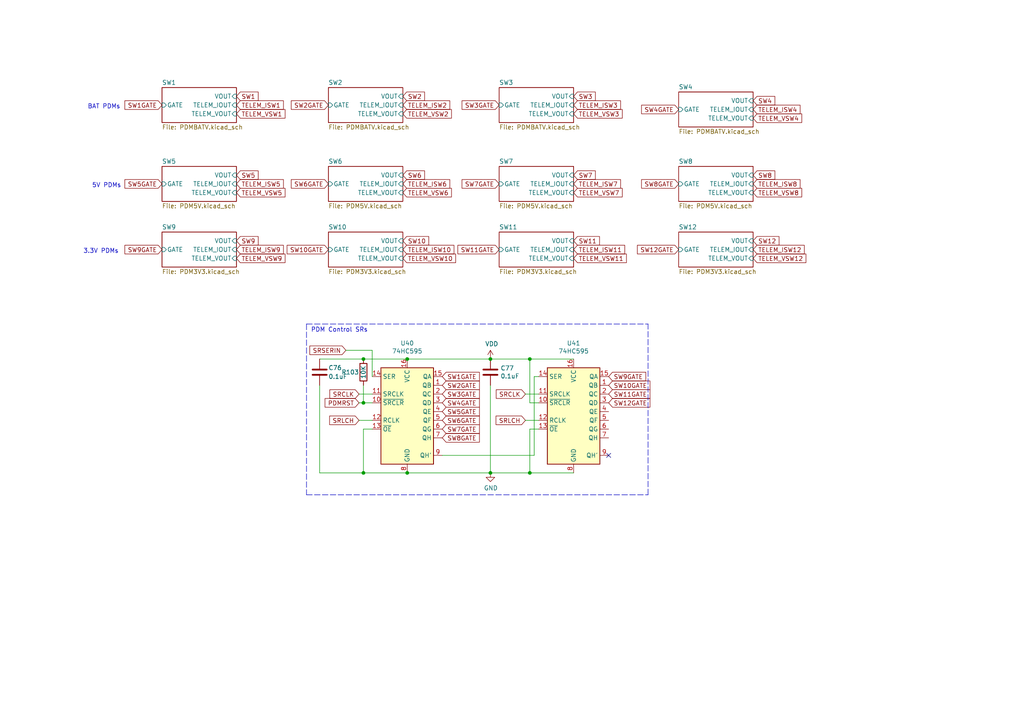
<source format=kicad_sch>
(kicad_sch (version 20211123) (generator eeschema)
  (paper "A4")
  (title_block (title "TJ Custom EPS") (rev "0.1") (company "TJHSST Nanosatellite Club") (comment 1 "Power Distribution Master Sheet") (comment 2 "Provides Master Connections to PDMs") (comment 4 "Engineer: Alan Hsu"))
  (lib_symbols
    (symbol "74xx:74HC595"
      (property "Reference" "U" (at -7.62 13.97 0))
      (property "Value" "74HC595" (at -7.62 -16.51 0))
      (symbol "74HC595_1_0"
        (pin tri_state line (at 10.16 7.62 180) (length 2.54) (name "QB") (number "1"))
        (pin input line (at -10.16 2.54 0) (length 2.54) (name "~{SRCLR}") (number "10"))
        (pin input line (at -10.16 5.08 0) (length 2.54) (name "SRCLK") (number "11"))
        (pin input line (at -10.16 -2.54 0) (length 2.54) (name "RCLK") (number "12"))
        (pin input line (at -10.16 -5.08 0) (length 2.54) (name "~{OE}") (number "13"))
        (pin input line (at -10.16 10.16 0) (length 2.54) (name "SER") (number "14"))
        (pin tri_state line (at 10.16 10.16 180) (length 2.54) (name "QA") (number "15"))
        (pin power_in line (at 0 15.24 270) (length 2.54) (name "VCC") (number "16"))
        (pin tri_state line (at 10.16 5.08 180) (length 2.54) (name "QC") (number "2"))
        (pin tri_state line (at 10.16 2.54 180) (length 2.54) (name "QD") (number "3"))
        (pin tri_state line (at 10.16 0 180) (length 2.54) (name "QE") (number "4"))
        (pin tri_state line (at 10.16 -2.54 180) (length 2.54) (name "QF") (number "5"))
        (pin tri_state line (at 10.16 -5.08 180) (length 2.54) (name "QG") (number "6"))
        (pin tri_state line (at 10.16 -7.62 180) (length 2.54) (name "QH") (number "7"))
        (pin power_in line (at 0 -17.78 90) (length 2.54) (name "GND") (number "8"))
        (pin output line (at 10.16 -12.7 180) (length 2.54) (name "QH'") (number "9"))
      )
      (symbol "74HC595_1_1"
        (rectangle (start -7.62 12.7) (end 7.62 -15.24) (stroke (width 0.254)) (fill (type background)))
      )
    )
    (symbol "Device:C" (pin_numbers hide) (pin_names (offset 0.254))
      (property "Reference" "C" (at 0.635 2.54 0))
      (property "Value" "C" (at 0.635 -2.54 0))
      (symbol "C_0_1"
        (polyline (pts (xy -2.032 -0.762) (xy 2.032 -0.762)) (stroke (width 0.508)))
        (polyline (pts (xy -2.032 0.762) (xy 2.032 0.762)) (stroke (width 0.508)))
      )
      (symbol "C_1_1"
        (pin passive line (at 0 3.81 270) (length 2.794) (name "~") (number "1"))
        (pin passive line (at 0 -3.81 90) (length 2.794) (name "~") (number "2"))
      )
    )
    (symbol "Device:R" (pin_numbers hide) (pin_names (offset 0))
      (property "Reference" "R" (at 2.032 0 90))
      (property "Value" "R" (at 0 0 90))
      (symbol "R_0_1"
        (rectangle (start -1.016 -2.54) (end 1.016 2.54) (stroke (width 0.254)))
      )
      (symbol "R_1_1"
        (pin passive line (at 0 3.81 270) (length 1.27) (name "~") (number "1"))
        (pin passive line (at 0 -3.81 90) (length 1.27) (name "~") (number "2"))
      )
    )
    (symbol "power:GND" (power) (pin_names (offset 0))
      (property "Value" "GND" (at 0 -3.81 0))
      (symbol "GND_0_1"
        (polyline (pts (xy 0 0) (xy 0 -1.27) (xy 1.27 -1.27) (xy 0 -2.54) (xy -1.27 -1.27) (xy 0 -1.27)))
      )
      (symbol "GND_1_1"
        (pin power_in line (at 0 0 270) (length 0) hide (name "GND") (number "1"))
      )
    )
    (symbol "power:VDD" (power) (pin_names (offset 0))
      (property "Value" "VDD" (at 0 3.81 0))
      (symbol "VDD_0_1"
        (polyline (pts (xy -0.762 1.27) (xy 0 2.54)))
        (polyline (pts (xy 0 0) (xy 0 2.54)))
        (polyline (pts (xy 0 2.54) (xy 0.762 1.27)))
      )
      (symbol "VDD_1_1"
        (pin power_in line (at 0 0 90) (length 0) hide (name "VDD") (number "1"))
      )
    )
  )
  (junction (at 105.41 116.84))
  (junction (at 118.11 104.14))
  (junction (at 142.24 104.14))
  (junction (at 105.41 104.14))
  (junction (at 153.67 137.16))
  (junction (at 105.41 137.16))
  (junction (at 153.67 104.14))
  (junction (at 142.24 137.16))
  (junction (at 118.11 137.16))
  (no_connect (at 176.53 132.08))
  (wire (pts (xy 156.21 121.92) (xy 152.4 121.92)))
  (wire (pts (xy 105.41 137.16) (xy 118.11 137.16)))
  (wire (pts (xy 142.24 137.16) (xy 153.67 137.16)))
  (wire (pts (xy 107.95 101.6) (xy 100.33 101.6)))
  (wire (pts (xy 107.95 124.46) (xy 105.41 124.46)))
  (wire (pts (xy 105.41 111.76) (xy 105.41 116.84)))
  (wire (pts (xy 153.67 124.46) (xy 153.67 137.16)))
  (wire (pts (xy 156.21 124.46) (xy 153.67 124.46)))
  (wire (pts (xy 104.14 116.84) (xy 105.41 116.84)))
  (wire (pts (xy 107.95 116.84) (xy 105.41 116.84)))
  (polyline (pts (xy 88.9 93.98) (xy 187.96 93.98)))
  (wire (pts (xy 105.41 104.14) (xy 118.11 104.14)))
  (wire (pts (xy 166.37 104.14) (xy 153.67 104.14)))
  (wire (pts (xy 107.95 121.92) (xy 104.14 121.92)))
  (wire (pts (xy 107.95 109.22) (xy 107.95 101.6)))
  (wire (pts (xy 142.24 111.76) (xy 142.24 137.16)))
  (wire (pts (xy 118.11 137.16) (xy 142.24 137.16)))
  (wire (pts (xy 153.67 116.84) (xy 153.67 104.14)))
  (wire (pts (xy 92.71 111.76) (xy 92.71 137.16)))
  (wire (pts (xy 156.21 116.84) (xy 153.67 116.84)))
  (wire (pts (xy 92.71 137.16) (xy 105.41 137.16)))
  (polyline (pts (xy 88.9 143.51) (xy 187.96 143.51)))
  (wire (pts (xy 105.41 124.46) (xy 105.41 137.16)))
  (polyline (pts (xy 88.9 93.98) (xy 88.9 143.51)))
  (wire (pts (xy 154.94 109.22) (xy 156.21 109.22)))
  (wire (pts (xy 92.71 104.14) (xy 105.41 104.14)))
  (wire (pts (xy 142.24 104.14) (xy 153.67 104.14)))
  (wire (pts (xy 153.67 137.16) (xy 166.37 137.16)))
  (wire (pts (xy 128.27 132.08) (xy 154.94 132.08)))
  (wire (pts (xy 118.11 104.14) (xy 142.24 104.14)))
  (wire (pts (xy 107.95 114.3) (xy 104.14 114.3)))
  (wire (pts (xy 154.94 109.22) (xy 154.94 132.08)))
  (wire (pts (xy 156.21 114.3) (xy 152.4 114.3)))
  (polyline (pts (xy 187.96 143.51) (xy 187.96 93.98)))
  (text "PDM Control SRs" (at 90.17 96.52 0) (effects (font (size 1.27 1.27)) (justify left bottom)))
  (text "BAT PDMs" (at 25.4 31.75 0) (effects (font (size 1.27 1.27)) (justify left bottom)))
  (text "5V PDMs" (at 26.67 54.61 0) (effects (font (size 1.27 1.27)) (justify left bottom)))
  (text "3.3V PDMs" (at 24.13 73.66 0) (effects (font (size 1.27 1.27)) (justify left bottom)))
  (global_label "TELEM_ISW9" (shape input) (at 68.58 72.39 0) (property "Intersheet References" "${INTERSHEET_REFS}" (effects hide)))
  (global_label "SW11GATE" (shape input) (at 144.78 72.39 180) (property "Intersheet References" "${INTERSHEET_REFS}" (effects hide)))
  (global_label "TELEM_VSW6" (shape input) (at 116.84 55.88 0) (property "Intersheet References" "${INTERSHEET_REFS}" (effects hide)))
  (global_label "SW5" (shape input) (at 68.58 50.8 0) (property "Intersheet References" "${INTERSHEET_REFS}" (effects hide)))
  (global_label "SW4GATE" (shape input) (at 128.27 116.84 0) (property "Intersheet References" "${INTERSHEET_REFS}" (effects hide)))
  (global_label "SW10GATE" (shape input) (at 176.53 111.76 0) (property "Intersheet References" "${INTERSHEET_REFS}" (effects hide)))
  (global_label "TELEM_VSW3" (shape input) (at 166.37 33.02 0) (property "Intersheet References" "${INTERSHEET_REFS}" (effects hide)))
  (global_label "SW4GATE" (shape input) (at 196.85 31.75 180) (property "Intersheet References" "${INTERSHEET_REFS}" (effects hide)))
  (global_label "SW7GATE" (shape input) (at 144.78 53.34 180) (property "Intersheet References" "${INTERSHEET_REFS}" (effects hide)))
  (global_label "SW6" (shape input) (at 116.84 50.8 0) (property "Intersheet References" "${INTERSHEET_REFS}" (effects hide)))
  (global_label "SW8" (shape input) (at 218.44 50.8 0) (property "Intersheet References" "${INTERSHEET_REFS}" (effects hide)))
  (global_label "TELEM_VSW7" (shape input) (at 166.37 55.88 0) (property "Intersheet References" "${INTERSHEET_REFS}" (effects hide)))
  (global_label "SW10" (shape input) (at 116.84 69.85 0) (property "Intersheet References" "${INTERSHEET_REFS}" (effects hide)))
  (global_label "SW5GATE" (shape input) (at 128.27 119.38 0) (property "Intersheet References" "${INTERSHEET_REFS}" (effects hide)))
  (global_label "SW3GATE" (shape input) (at 144.78 30.48 180) (property "Intersheet References" "${INTERSHEET_REFS}" (effects hide)))
  (global_label "SW5GATE" (shape input) (at 46.99 53.34 180) (property "Intersheet References" "${INTERSHEET_REFS}" (effects hide)))
  (global_label "SRCLK" (shape input) (at 104.14 114.3 180) (property "Intersheet References" "${INTERSHEET_REFS}" (effects hide)))
  (global_label "SW11" (shape input) (at 166.37 69.85 0) (property "Intersheet References" "${INTERSHEET_REFS}" (effects hide)))
  (global_label "TELEM_VSW12" (shape input) (at 218.44 74.93 0) (property "Intersheet References" "${INTERSHEET_REFS}" (effects hide)))
  (global_label "TELEM_ISW11" (shape input) (at 166.37 72.39 0) (property "Intersheet References" "${INTERSHEET_REFS}" (effects hide)))
  (global_label "SW2" (shape input) (at 116.84 27.94 0) (property "Intersheet References" "${INTERSHEET_REFS}" (effects hide)))
  (global_label "SW3" (shape input) (at 166.37 27.94 0) (property "Intersheet References" "${INTERSHEET_REFS}" (effects hide)))
  (global_label "SW8GATE" (shape input) (at 196.85 53.34 180) (property "Intersheet References" "${INTERSHEET_REFS}" (effects hide)))
  (global_label "SW8GATE" (shape input) (at 128.27 127 0) (property "Intersheet References" "${INTERSHEET_REFS}" (effects hide)))
  (global_label "TELEM_VSW8" (shape input) (at 218.44 55.88 0) (property "Intersheet References" "${INTERSHEET_REFS}" (effects hide)))
  (global_label "TELEM_ISW2" (shape input) (at 116.84 30.48 0) (property "Intersheet References" "${INTERSHEET_REFS}" (effects hide)))
  (global_label "SW12GATE" (shape input) (at 176.53 116.84 0) (property "Intersheet References" "${INTERSHEET_REFS}" (effects hide)))
  (global_label "TELEM_VSW9" (shape input) (at 68.58 74.93 0) (property "Intersheet References" "${INTERSHEET_REFS}" (effects hide)))
  (global_label "SW11GATE" (shape input) (at 176.53 114.3 0) (property "Intersheet References" "${INTERSHEET_REFS}" (effects hide)))
  (global_label "TELEM_ISW3" (shape input) (at 166.37 30.48 0) (property "Intersheet References" "${INTERSHEET_REFS}" (effects hide)))
  (global_label "SRLCH" (shape input) (at 152.4 121.92 180) (property "Intersheet References" "${INTERSHEET_REFS}" (effects hide)))
  (global_label "TELEM_ISW8" (shape input) (at 218.44 53.34 0) (property "Intersheet References" "${INTERSHEET_REFS}" (effects hide)))
  (global_label "TELEM_ISW12" (shape input) (at 218.44 72.39 0) (property "Intersheet References" "${INTERSHEET_REFS}" (effects hide)))
  (global_label "SW12" (shape input) (at 218.44 69.85 0) (property "Intersheet References" "${INTERSHEET_REFS}" (effects hide)))
  (global_label "SW12GATE" (shape input) (at 196.85 72.39 180) (property "Intersheet References" "${INTERSHEET_REFS}" (effects hide)))
  (global_label "SW9GATE" (shape input) (at 46.99 72.39 180) (property "Intersheet References" "${INTERSHEET_REFS}" (effects hide)))
  (global_label "SW6GATE" (shape input) (at 128.27 121.92 0) (property "Intersheet References" "${INTERSHEET_REFS}" (effects hide)))
  (global_label "PDMRST" (shape input) (at 104.14 116.84 180) (property "Intersheet References" "${INTERSHEET_REFS}" (effects hide)))
  (global_label "TELEM_ISW1" (shape input) (at 68.58 30.48 0) (property "Intersheet References" "${INTERSHEET_REFS}" (effects hide)))
  (global_label "SW7" (shape input) (at 166.37 50.8 0) (property "Intersheet References" "${INTERSHEET_REFS}" (effects hide)))
  (global_label "SW4" (shape input) (at 218.44 29.21 0) (property "Intersheet References" "${INTERSHEET_REFS}" (effects hide)))
  (global_label "TELEM_VSW10" (shape input) (at 116.84 74.93 0) (property "Intersheet References" "${INTERSHEET_REFS}" (effects hide)))
  (global_label "SW2GATE" (shape input) (at 95.25 30.48 180) (property "Intersheet References" "${INTERSHEET_REFS}" (effects hide)))
  (global_label "SW9GATE" (shape input) (at 176.53 109.22 0) (property "Intersheet References" "${INTERSHEET_REFS}" (effects hide)))
  (global_label "SW3GATE" (shape input) (at 128.27 114.3 0) (property "Intersheet References" "${INTERSHEET_REFS}" (effects hide)))
  (global_label "TELEM_ISW4" (shape input) (at 218.44 31.75 0) (property "Intersheet References" "${INTERSHEET_REFS}" (effects hide)))
  (global_label "SW9" (shape input) (at 68.58 69.85 0) (property "Intersheet References" "${INTERSHEET_REFS}" (effects hide)))
  (global_label "SW1GATE" (shape input) (at 128.27 109.22 0) (property "Intersheet References" "${INTERSHEET_REFS}" (effects hide)))
  (global_label "TELEM_ISW6" (shape input) (at 116.84 53.34 0) (property "Intersheet References" "${INTERSHEET_REFS}" (effects hide)))
  (global_label "TELEM_VSW11" (shape input) (at 166.37 74.93 0) (property "Intersheet References" "${INTERSHEET_REFS}" (effects hide)))
  (global_label "TELEM_VSW5" (shape input) (at 68.58 55.88 0) (property "Intersheet References" "${INTERSHEET_REFS}" (effects hide)))
  (global_label "SRLCH" (shape input) (at 104.14 121.92 180) (property "Intersheet References" "${INTERSHEET_REFS}" (effects hide)))
  (global_label "SW1" (shape input) (at 68.58 27.94 0) (property "Intersheet References" "${INTERSHEET_REFS}" (effects hide)))
  (global_label "SW10GATE" (shape input) (at 95.25 72.39 180) (property "Intersheet References" "${INTERSHEET_REFS}" (effects hide)))
  (global_label "SW1GATE" (shape input) (at 46.99 30.48 180) (property "Intersheet References" "${INTERSHEET_REFS}" (effects hide)))
  (global_label "TELEM_VSW4" (shape input) (at 218.44 34.29 0) (property "Intersheet References" "${INTERSHEET_REFS}" (effects hide)))
  (global_label "TELEM_ISW5" (shape input) (at 68.58 53.34 0) (property "Intersheet References" "${INTERSHEET_REFS}" (effects hide)))
  (global_label "SRSERIN" (shape input) (at 100.33 101.6 180) (property "Intersheet References" "${INTERSHEET_REFS}" (effects hide)))
  (global_label "SW6GATE" (shape input) (at 95.25 53.34 180) (property "Intersheet References" "${INTERSHEET_REFS}" (effects hide)))
  (global_label "TELEM_VSW2" (shape input) (at 116.84 33.02 0) (property "Intersheet References" "${INTERSHEET_REFS}" (effects hide)))
  (global_label "TELEM_VSW1" (shape input) (at 68.58 33.02 0) (property "Intersheet References" "${INTERSHEET_REFS}" (effects hide)))
  (global_label "TELEM_ISW10" (shape input) (at 116.84 72.39 0) (property "Intersheet References" "${INTERSHEET_REFS}" (effects hide)))
  (global_label "SW7GATE" (shape input) (at 128.27 124.46 0) (property "Intersheet References" "${INTERSHEET_REFS}" (effects hide)))
  (global_label "SRCLK" (shape input) (at 152.4 114.3 180) (property "Intersheet References" "${INTERSHEET_REFS}" (effects hide)))
  (global_label "TELEM_ISW7" (shape input) (at 166.37 53.34 0) (property "Intersheet References" "${INTERSHEET_REFS}" (effects hide)))
  (global_label "SW2GATE" (shape input) (at 128.27 111.76 0) (property "Intersheet References" "${INTERSHEET_REFS}" (effects hide)))
  (symbol (lib_id "power:GND") (at 142.24 137.16 0) (unit 1)
    (property "Reference" "#PWR0113" (effects hide))
    (property "Value" "GND" (at 142.367 141.5542 0))
  )
  (symbol (lib_id "Device:C") (at 142.24 107.95 0) (unit 1)
    (property "Reference" "C77" (at 145.161 106.7816 0) (effects (justify left)))
    (property "Value" "0.1uF" (at 145.161 109.093 0) (effects (justify left)))
    (property "Footprint" "Capacitor_SMD:C_0805_2012Metric" (effects hide))
  )
  (symbol (lib_id "Device:C") (at 92.71 107.95 0) (unit 1)
    (property "Reference" "C76" (at 95.25 106.68 0) (effects (justify left)))
    (property "Value" "0.1uF" (at 95.25 109.22 0) (effects (justify left)))
    (property "Footprint" "Capacitor_SMD:C_0805_2012Metric" (effects hide))
  )
  (symbol (lib_id "Device:R") (at 105.41 107.95 0) (unit 1)
    (property "Reference" "R103" (at 104.14 107.95 0) (effects (justify right)))
    (property "Value" "10K" (at 105.41 107.95 90))
    (property "Footprint" "Resistor_SMD:R_0805_2012Metric" (effects hide))
  )
  (symbol (lib_id "power:VDD") (at 142.24 104.14 0) (unit 1)
    (property "Reference" "#PWR0155" (effects hide))
    (property "Value" "VDD" (at 142.621 99.7458 0))
  )
  (symbol (lib_id "74xx:74HC595") (at 118.11 119.38 0) (unit 1)
    (property "Reference" "U40" (at 118.11 99.5426 0))
    (property "Value" "74HC595" (at 118.11 101.854 0))
    (property "Footprint" "Package_SO:SOIC-16_3.9x9.9mm_P1.27mm" (effects hide))
    (property "Datasheet" "http://www.ti.com/lit/ds/symlink/sn74hc595.pdf" (effects hide))
  )
  (symbol (lib_id "74xx:74HC595") (at 166.37 119.38 0) (unit 1)
    (property "Reference" "U41" (at 166.37 99.5426 0))
    (property "Value" "74HC595" (at 166.37 101.854 0))
    (property "Footprint" "Package_SO:SOIC-16_3.9x9.9mm_P1.27mm" (effects hide))
    (property "Datasheet" "http://www.ti.com/lit/ds/symlink/sn74hc595.pdf" (effects hide))
  )
  (sheet (at 196.85 26.67) (size 21.59 10.16)
    (property "Sheet name" "SW4" (at 196.85 25.9584 0) (effects (justify left bottom)))
    (property "Sheet file" "PDMBATV.kicad_sch" (at 196.85 37.4146 0) (effects (justify left top)))
    (pin "GATE" input (at 196.85 31.75 180))
    (pin "VOUT" input (at 218.44 29.21 0))
    (pin "TELEM_IOUT" input (at 218.44 31.75 0))
    (pin "TELEM_VOUT" input (at 218.44 34.29 0))
  )
  (sheet (at 46.99 25.4) (size 21.59 10.16)
    (property "Sheet name" "SW1" (at 46.99 24.6884 0) (effects (justify left bottom)))
    (property "Sheet file" "PDMBATV.kicad_sch" (at 46.99 36.1446 0) (effects (justify left top)))
    (pin "GATE" input (at 46.99 30.48 180))
    (pin "VOUT" input (at 68.58 27.94 0))
    (pin "TELEM_IOUT" input (at 68.58 30.48 0))
    (pin "TELEM_VOUT" input (at 68.58 33.02 0))
  )
  (sheet (at 95.25 25.4) (size 21.59 10.16)
    (property "Sheet name" "SW2" (at 95.25 24.6884 0) (effects (justify left bottom)))
    (property "Sheet file" "PDMBATV.kicad_sch" (at 95.25 36.1446 0) (effects (justify left top)))
    (pin "GATE" input (at 95.25 30.48 180))
    (pin "VOUT" input (at 116.84 27.94 0))
    (pin "TELEM_IOUT" input (at 116.84 30.48 0))
    (pin "TELEM_VOUT" input (at 116.84 33.02 0))
  )
  (sheet (at 144.78 25.4) (size 21.59 10.16)
    (property "Sheet name" "SW3" (at 144.78 24.6884 0) (effects (justify left bottom)))
    (property "Sheet file" "PDMBATV.kicad_sch" (at 144.78 36.1446 0) (effects (justify left top)))
    (pin "GATE" input (at 144.78 30.48 180))
    (pin "VOUT" input (at 166.37 27.94 0))
    (pin "TELEM_IOUT" input (at 166.37 30.48 0))
    (pin "TELEM_VOUT" input (at 166.37 33.02 0))
  )
  (sheet (at 46.99 48.26) (size 21.59 10.16)
    (property "Sheet name" "SW5" (at 46.99 47.5484 0) (effects (justify left bottom)))
    (property "Sheet file" "PDM5V.kicad_sch" (at 46.99 59.0046 0) (effects (justify left top)))
    (pin "GATE" input (at 46.99 53.34 180))
    (pin "VOUT" input (at 68.58 50.8 0))
    (pin "TELEM_IOUT" input (at 68.58 53.34 0))
    (pin "TELEM_VOUT" input (at 68.58 55.88 0))
  )
  (sheet (at 95.25 48.26) (size 21.59 10.16)
    (property "Sheet name" "SW6" (at 95.25 47.5484 0) (effects (justify left bottom)))
    (property "Sheet file" "PDM5V.kicad_sch" (at 95.25 59.0046 0) (effects (justify left top)))
    (pin "GATE" input (at 95.25 53.34 180))
    (pin "VOUT" input (at 116.84 50.8 0))
    (pin "TELEM_IOUT" input (at 116.84 53.34 0))
    (pin "TELEM_VOUT" input (at 116.84 55.88 0))
  )
  (sheet (at 144.78 48.26) (size 21.59 10.16)
    (property "Sheet name" "SW7" (at 144.78 47.5484 0) (effects (justify left bottom)))
    (property "Sheet file" "PDM5V.kicad_sch" (at 144.78 59.0046 0) (effects (justify left top)))
    (pin "GATE" input (at 144.78 53.34 180))
    (pin "VOUT" input (at 166.37 50.8 0))
    (pin "TELEM_IOUT" input (at 166.37 53.34 0))
    (pin "TELEM_VOUT" input (at 166.37 55.88 0))
  )
  (sheet (at 196.85 48.26) (size 21.59 10.16)
    (property "Sheet name" "SW8" (at 196.85 47.5484 0) (effects (justify left bottom)))
    (property "Sheet file" "PDM5V.kicad_sch" (at 196.85 59.0046 0) (effects (justify left top)))
    (pin "GATE" input (at 196.85 53.34 180))
    (pin "VOUT" input (at 218.44 50.8 0))
    (pin "TELEM_IOUT" input (at 218.44 53.34 0))
    (pin "TELEM_VOUT" input (at 218.44 55.88 0))
  )
  (sheet (at 46.99 67.31) (size 21.59 10.16)
    (property "Sheet name" "SW9" (at 46.99 66.5984 0) (effects (justify left bottom)))
    (property "Sheet file" "PDM3V3.kicad_sch" (at 46.99 78.0546 0) (effects (justify left top)))
    (pin "GATE" input (at 46.99 72.39 180))
    (pin "VOUT" input (at 68.58 69.85 0))
    (pin "TELEM_IOUT" input (at 68.58 72.39 0))
    (pin "TELEM_VOUT" input (at 68.58 74.93 0))
  )
  (sheet (at 95.25 67.31) (size 21.59 10.16)
    (property "Sheet name" "SW10" (at 95.25 66.5984 0) (effects (justify left bottom)))
    (property "Sheet file" "PDM3V3.kicad_sch" (at 95.25 78.0546 0) (effects (justify left top)))
    (pin "GATE" input (at 95.25 72.39 180))
    (pin "VOUT" input (at 116.84 69.85 0))
    (pin "TELEM_IOUT" input (at 116.84 72.39 0))
    (pin "TELEM_VOUT" input (at 116.84 74.93 0))
  )
  (sheet (at 144.78 67.31) (size 21.59 10.16)
    (property "Sheet name" "SW11" (at 144.78 66.5984 0) (effects (justify left bottom)))
    (property "Sheet file" "PDM3V3.kicad_sch" (at 144.78 78.0546 0) (effects (justify left top)))
    (pin "GATE" input (at 144.78 72.39 180))
    (pin "VOUT" input (at 166.37 69.85 0))
    (pin "TELEM_IOUT" input (at 166.37 72.39 0))
    (pin "TELEM_VOUT" input (at 166.37 74.93 0))
  )
  (sheet (at 196.85 67.31) (size 21.59 10.16)
    (property "Sheet name" "SW12" (at 196.85 66.5984 0) (effects (justify left bottom)))
    (property "Sheet file" "PDM3V3.kicad_sch" (at 196.85 78.0546 0) (effects (justify left top)))
    (pin "GATE" input (at 196.85 72.39 180))
    (pin "VOUT" input (at 218.44 69.85 0))
    (pin "TELEM_IOUT" input (at 218.44 72.39 0))
    (pin "TELEM_VOUT" input (at 218.44 74.93 0))
  )
)
</source>
